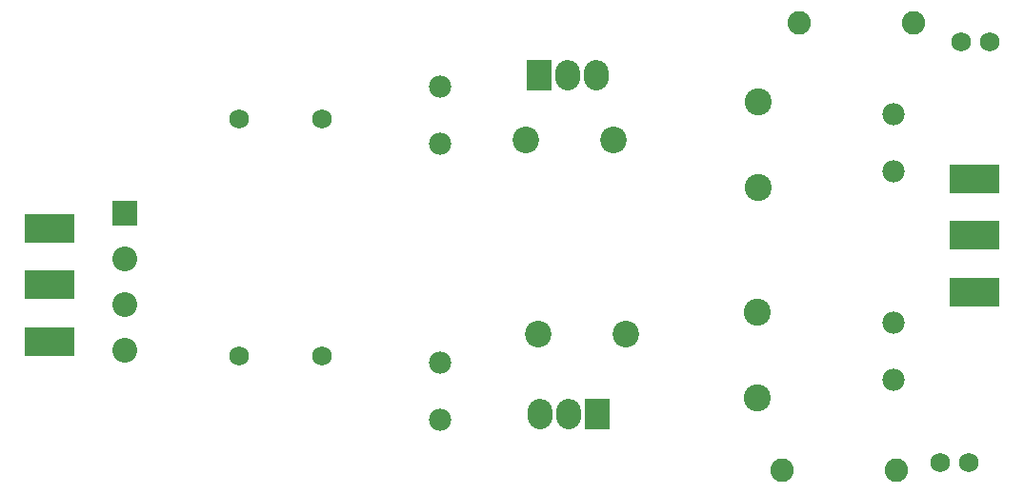
<source format=gbs>
G04 ---------------------------- Layer name :BOTTOM SOLDER LAYER*
G04 EasyEDA v5.4.10, Tue, 24 Apr 2018 06:19:31 GMT*
G04 0ec78c7897c84d5d92d9569371cc6eda*
G04 Gerber Generator version 0.2*
G04 Scale: 100 percent, Rotated: No, Reflected: No *
G04 Dimensions in millimeters *
G04 leading zeros omitted , absolute positions ,3 integer and 3 decimal *
%FSLAX33Y33*%
%MOMM*%
G90*
G71D02*

%ADD29C,2.203201*%
%ADD30R,2.203201X2.703200*%
%ADD31C,2.362200*%
%ADD32R,4.488180X2.583180*%
%ADD33R,2.203196X2.203196*%
%ADD34C,2.203196*%
%ADD35C,2.403201*%
%ADD36C,1.981200*%
%ADD37C,2.082800*%
%ADD38C,1.727200*%

%LPD*%
G54D29*
G01X52837Y37360D02*
G01X52837Y36860D01*
G01X50297Y37360D02*
G01X50297Y36860D01*
G01X47785Y6660D02*
G01X47785Y7160D01*
G01X50325Y6660D02*
G01X50325Y7160D01*
G54D30*
G01X47759Y37109D03*
G01X52867Y6911D03*
G54D31*
G01X54310Y31313D03*
G01X46563Y31313D03*
G01X55410Y14013D03*
G01X47663Y14013D03*
G54D32*
G01X4221Y18409D03*
G01X4221Y13406D03*
G01X4221Y23413D03*
G01X86405Y22809D03*
G01X86405Y27813D03*
G01X86405Y17805D03*
G54D33*
G01X10914Y24803D03*
G54D34*
G01X10914Y20744D03*
G01X10914Y16685D03*
G01X10914Y12623D03*
G54D35*
G01X67114Y8412D03*
G01X67114Y16032D03*
G01X67213Y27109D03*
G01X67213Y34729D03*
G54D36*
G01X38912Y31010D03*
G01X38912Y36090D03*
G01X38912Y6410D03*
G01X38912Y11490D03*
G01X79212Y10007D03*
G01X79212Y15087D03*
G01X79212Y28511D03*
G01X79212Y33591D03*
G54D37*
G01X70812Y41709D03*
G01X80972Y41709D03*
G01X69314Y1910D03*
G01X79474Y1910D03*
G54D38*
G01X83413Y2608D03*
G01X85953Y2608D03*
G01X85211Y40010D03*
G01X87751Y40010D03*
G01X28412Y33210D03*
G01X21046Y33210D03*
G01X28412Y12110D03*
G01X21046Y12110D03*
M00*
M02*

</source>
